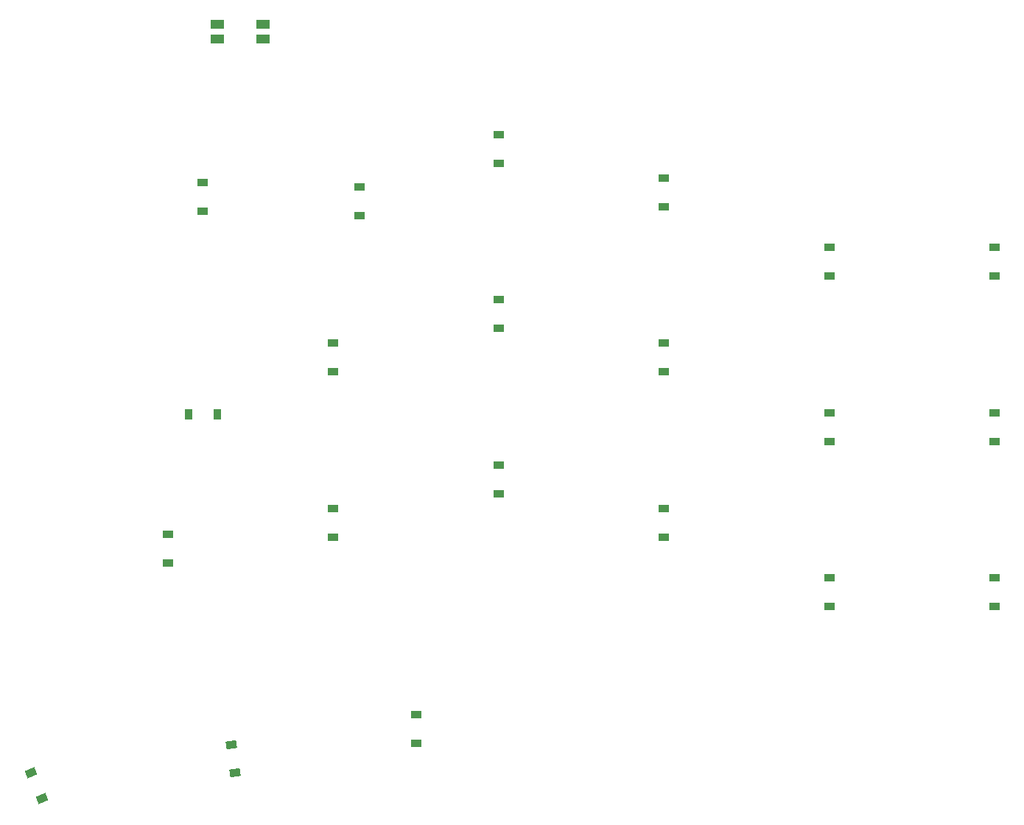
<source format=gbr>
%TF.GenerationSoftware,KiCad,Pcbnew,8.0.6*%
%TF.CreationDate,2024-12-23T22:30:19+01:00*%
%TF.ProjectId,right,72696768-742e-46b6-9963-61645f706362,v1.0.0*%
%TF.SameCoordinates,Original*%
%TF.FileFunction,Paste,Top*%
%TF.FilePolarity,Positive*%
%FSLAX46Y46*%
G04 Gerber Fmt 4.6, Leading zero omitted, Abs format (unit mm)*
G04 Created by KiCad (PCBNEW 8.0.6) date 2024-12-23 22:30:19*
%MOMM*%
%LPD*%
G01*
G04 APERTURE LIST*
G04 Aperture macros list*
%AMRotRect*
0 Rectangle, with rotation*
0 The origin of the aperture is its center*
0 $1 length*
0 $2 width*
0 $3 Rotation angle, in degrees counterclockwise*
0 Add horizontal line*
21,1,$1,$2,0,0,$3*%
G04 Aperture macros list end*
%ADD10R,1.200000X0.900000*%
%ADD11RotRect,0.900000X1.200000X98.000000*%
%ADD12RotRect,0.900000X1.200000X113.000000*%
%ADD13R,0.900000X1.200000*%
%ADD14R,1.550000X1.000000*%
G04 APERTURE END LIST*
D10*
%TO.C,D1*%
X289500000Y-166150000D03*
X289500000Y-162850000D03*
%TD*%
%TO.C,D2*%
X289500000Y-147150000D03*
X289500000Y-143850000D03*
%TD*%
%TO.C,D3*%
X289500000Y-128150000D03*
X289500000Y-124850000D03*
%TD*%
%TO.C,D4*%
X270500000Y-166150000D03*
X270500000Y-162850000D03*
%TD*%
%TO.C,D5*%
X270500000Y-147150000D03*
X270500000Y-143850000D03*
%TD*%
%TO.C,D6*%
X270500000Y-128150000D03*
X270500000Y-124850000D03*
%TD*%
%TO.C,D7*%
X251500000Y-158150000D03*
X251500000Y-154850000D03*
%TD*%
%TO.C,D8*%
X251500000Y-139150000D03*
X251500000Y-135850000D03*
%TD*%
%TO.C,D9*%
X251500000Y-120150000D03*
X251500000Y-116850000D03*
%TD*%
%TO.C,D10*%
X232500000Y-153150000D03*
X232500000Y-149850000D03*
%TD*%
%TO.C,D11*%
X232500000Y-134150000D03*
X232500000Y-130850000D03*
%TD*%
%TO.C,D12*%
X232500000Y-115150000D03*
X232500000Y-111850000D03*
%TD*%
%TO.C,D13*%
X213500000Y-158150000D03*
X213500000Y-154850000D03*
%TD*%
%TO.C,D14*%
X194500000Y-161150000D03*
X194500000Y-157850000D03*
%TD*%
%TO.C,D15*%
X223000000Y-181900000D03*
X223000000Y-178600000D03*
%TD*%
D11*
%TO.C,D16*%
X202236446Y-185282002D03*
X201777174Y-182014118D03*
%TD*%
D12*
%TO.C,D17*%
X180038615Y-188270717D03*
X178749203Y-185233051D03*
%TD*%
D13*
%TO.C,D18*%
X200150000Y-144000000D03*
X196850000Y-144000000D03*
%TD*%
D10*
%TO.C,D19*%
X198500000Y-120650000D03*
X198500000Y-117350000D03*
%TD*%
%TO.C,D20*%
X216500000Y-121150000D03*
X216500000Y-117850000D03*
%TD*%
%TO.C,D21*%
X213500000Y-139150000D03*
X213500000Y-135850000D03*
%TD*%
D14*
%TO.C,B1*%
X200175000Y-99150000D03*
X205425000Y-99150000D03*
X200175000Y-100850000D03*
X205425000Y-100850000D03*
%TD*%
M02*

</source>
